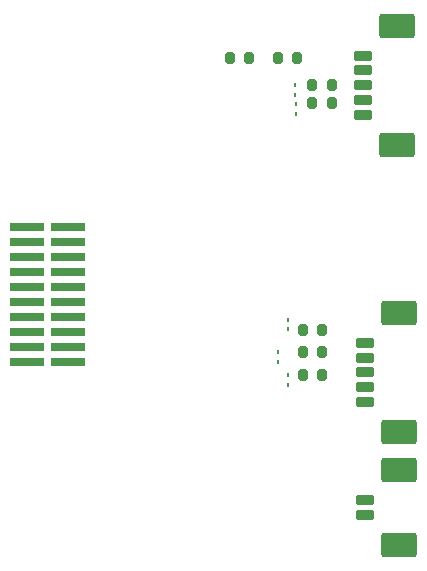
<source format=gtp>
%TF.GenerationSoftware,KiCad,Pcbnew,(6.0.6)*%
%TF.CreationDate,2022-07-08T14:59:32+02:00*%
%TF.ProjectId,XCOMMS_Interface,58434f4d-4d53-45f4-996e-746572666163,rev?*%
%TF.SameCoordinates,Original*%
%TF.FileFunction,Paste,Top*%
%TF.FilePolarity,Positive*%
%FSLAX46Y46*%
G04 Gerber Fmt 4.6, Leading zero omitted, Abs format (unit mm)*
G04 Created by KiCad (PCBNEW (6.0.6)) date 2022-07-08 14:59:32*
%MOMM*%
%LPD*%
G01*
G04 APERTURE LIST*
G04 Aperture macros list*
%AMRoundRect*
0 Rectangle with rounded corners*
0 $1 Rounding radius*
0 $2 $3 $4 $5 $6 $7 $8 $9 X,Y pos of 4 corners*
0 Add a 4 corners polygon primitive as box body*
4,1,4,$2,$3,$4,$5,$6,$7,$8,$9,$2,$3,0*
0 Add four circle primitives for the rounded corners*
1,1,$1+$1,$2,$3*
1,1,$1+$1,$4,$5*
1,1,$1+$1,$6,$7*
1,1,$1+$1,$8,$9*
0 Add four rect primitives between the rounded corners*
20,1,$1+$1,$2,$3,$4,$5,0*
20,1,$1+$1,$4,$5,$6,$7,0*
20,1,$1+$1,$6,$7,$8,$9,0*
20,1,$1+$1,$8,$9,$2,$3,0*%
G04 Aperture macros list end*
%ADD10R,2.920000X0.740000*%
%ADD11R,0.250000X0.360000*%
%ADD12RoundRect,0.200000X-0.200000X-0.275000X0.200000X-0.275000X0.200000X0.275000X-0.200000X0.275000X0*%
%ADD13RoundRect,0.200000X0.600000X-0.200000X0.600000X0.200000X-0.600000X0.200000X-0.600000X-0.200000X0*%
%ADD14RoundRect,0.250001X1.249999X-0.799999X1.249999X0.799999X-1.249999X0.799999X-1.249999X-0.799999X0*%
%ADD15RoundRect,0.200000X0.200000X0.275000X-0.200000X0.275000X-0.200000X-0.275000X0.200000X-0.275000X0*%
G04 APERTURE END LIST*
D10*
%TO.C,J1*%
X133797200Y-98784989D03*
X137227200Y-98784989D03*
X133797200Y-100054989D03*
X137227200Y-100054989D03*
X133797200Y-101324989D03*
X137227200Y-101324989D03*
X133797200Y-102594989D03*
X137227200Y-102594989D03*
X133797200Y-103864989D03*
X137227200Y-103864989D03*
X133797200Y-105134989D03*
X137227200Y-105134989D03*
X133797200Y-106404989D03*
X137227200Y-106404989D03*
X133797200Y-107674989D03*
X137227200Y-107674989D03*
X133797200Y-108944989D03*
X137227200Y-108944989D03*
X133797200Y-110214989D03*
X137227200Y-110214989D03*
%TD*%
D11*
%TO.C,D2*%
X154990800Y-110148000D03*
X154990800Y-109308000D03*
%TD*%
%TO.C,D5*%
X156464000Y-87542000D03*
X156464000Y-86702000D03*
%TD*%
D12*
%TO.C,R28*%
X157925000Y-88274000D03*
X159575000Y-88274000D03*
%TD*%
D11*
%TO.C,D4*%
X156500000Y-89170000D03*
X156500000Y-88330000D03*
%TD*%
D13*
%TO.C,J4*%
X162339600Y-123125000D03*
X162339600Y-121875000D03*
D14*
X165239600Y-125675000D03*
X165239600Y-119325000D03*
%TD*%
D12*
%TO.C,R23*%
X150940000Y-84455000D03*
X152590000Y-84455000D03*
%TD*%
%TO.C,R27*%
X157091000Y-107442000D03*
X158741000Y-107442000D03*
%TD*%
%TO.C,R25*%
X157091000Y-111252000D03*
X158741000Y-111252000D03*
%TD*%
D11*
%TO.C,D1*%
X155874600Y-112103800D03*
X155874600Y-111263800D03*
%TD*%
D15*
%TO.C,R24*%
X156654000Y-84453000D03*
X155004000Y-84453000D03*
%TD*%
D11*
%TO.C,D3*%
X155874600Y-106590200D03*
X155874600Y-107430200D03*
%TD*%
D13*
%TO.C,J3*%
X162192000Y-89250000D03*
X162192000Y-88000000D03*
X162192000Y-86750000D03*
X162192000Y-85500000D03*
X162192000Y-84250000D03*
D14*
X165092000Y-81700000D03*
X165092000Y-91800000D03*
%TD*%
D12*
%TO.C,R29*%
X157925000Y-86750000D03*
X159575000Y-86750000D03*
%TD*%
D13*
%TO.C,J2*%
X162350000Y-113566800D03*
X162350000Y-112316800D03*
X162350000Y-111066800D03*
X162350000Y-109816800D03*
X162350000Y-108566800D03*
D14*
X165250000Y-106016800D03*
X165250000Y-116116800D03*
%TD*%
D12*
%TO.C,R26*%
X157091000Y-109349800D03*
X158741000Y-109349800D03*
%TD*%
M02*

</source>
